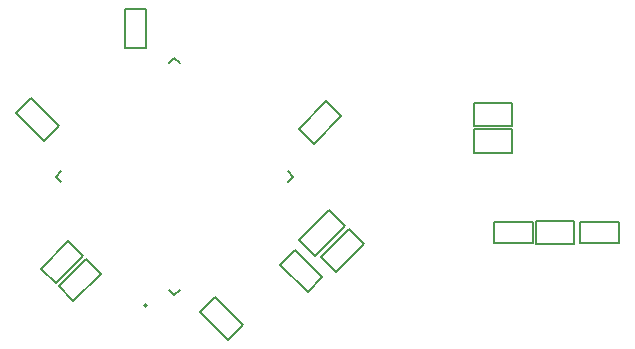
<source format=gbo>
G04*
G04 #@! TF.GenerationSoftware,Altium Limited,Altium Designer,22.7.1 (60)*
G04*
G04 Layer_Color=32896*
%FSLAX44Y44*%
%MOMM*%
G71*
G04*
G04 #@! TF.SameCoordinates,58864457-2C57-4B72-ACF9-2A768CBF14AA*
G04*
G04*
G04 #@! TF.FilePolarity,Positive*
G04*
G01*
G75*
%ADD10C,0.2000*%
%ADD12C,0.1270*%
D10*
X531675Y323323D02*
G03*
X531675Y323323I-1000J0D01*
G01*
X686010Y404445D02*
X699445Y391010D01*
X673990Y365555D02*
X699445Y391010D01*
X660555Y378990D02*
X673990Y365555D01*
X660555Y378990D02*
X686010Y404445D01*
X667888Y334539D02*
X680461Y347112D01*
X657112Y370461D02*
X680461Y347112D01*
X644539Y357888D02*
X657112Y370461D01*
X644539Y357888D02*
X667888Y334539D01*
X679539Y364612D02*
X692112Y352039D01*
X715461Y375388D01*
X702888Y387961D02*
X715461Y375388D01*
X679539Y364612D02*
X702888Y387961D01*
X861500Y375000D02*
X893500D01*
X861500D02*
Y395000D01*
X893500D01*
Y375000D02*
Y395000D01*
X825990Y393890D02*
X859010D01*
Y376110D02*
Y393890D01*
X825990Y376110D02*
X859010D01*
X825990D02*
Y393890D01*
X898490Y376110D02*
X931510D01*
X898490D02*
Y393890D01*
X931510D01*
Y376110D02*
Y393890D01*
X589612Y330461D02*
X612961Y307112D01*
X600388Y294540D02*
X612961Y307112D01*
X577039Y317888D02*
X600388Y294540D01*
X577039Y317888D02*
X589612Y330461D01*
X421257Y486171D02*
X444606Y462822D01*
X421257Y486171D02*
X433829Y498743D01*
X457178Y475394D01*
X444606Y462822D02*
X457178Y475394D01*
X660322Y472894D02*
X683671Y496243D01*
X696243Y483671D01*
X672894Y460322D02*
X696243Y483671D01*
X660322Y472894D02*
X672894Y460322D01*
X469612Y327039D02*
X492961Y350388D01*
X457039Y339612D02*
X469612Y327039D01*
X457039Y339612D02*
X480388Y362961D01*
X492961Y350388D01*
X454612Y342039D02*
X477961Y365388D01*
X442039Y354612D02*
X454612Y342039D01*
X442039Y354612D02*
X465388Y377961D01*
X477961Y365388D01*
X513610Y540990D02*
Y574010D01*
X531390D01*
Y540990D02*
Y574010D01*
X513610Y540990D02*
X531390D01*
X809000Y475000D02*
X841000D01*
X809000D02*
Y495000D01*
X841000D01*
Y475000D02*
Y495000D01*
X809000Y472500D02*
X841000D01*
Y452500D02*
Y472500D01*
X809000Y452500D02*
X841000D01*
X809000D02*
Y472500D01*
D12*
X550475Y336616D02*
X555000Y332091D01*
X454591Y432500D02*
X459116Y427975D01*
X650884Y437025D02*
X655409Y432500D01*
X555000Y532909D02*
X559525Y528384D01*
X555000Y332091D02*
X559525Y336616D01*
X454591Y432500D02*
X459116Y437025D01*
X650884Y427975D02*
X655409Y432500D01*
X550475Y528384D02*
X555000Y532909D01*
M02*

</source>
